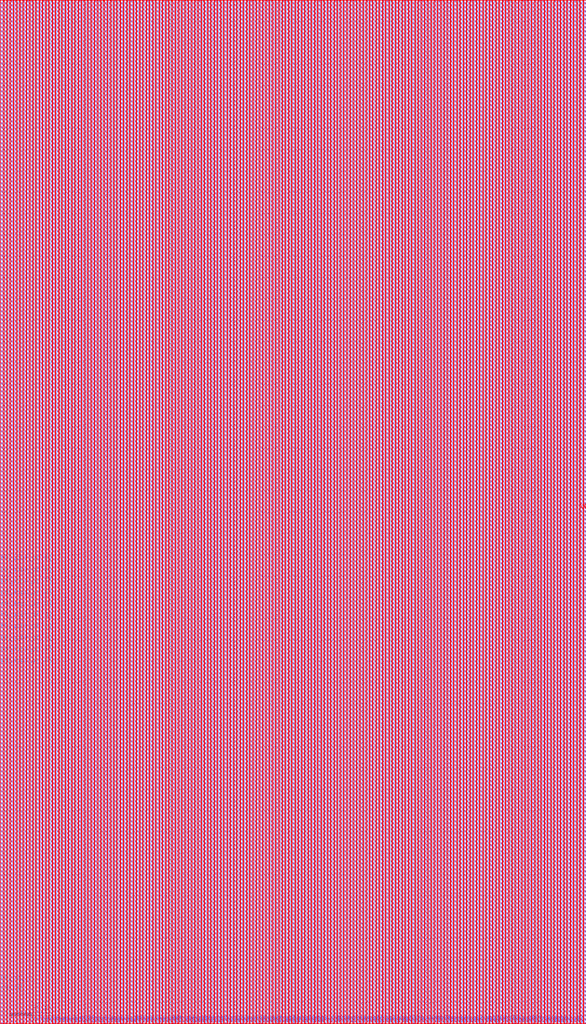
<source format=lef>
# Generated by OpenFakeRAM
VERSION 5.7 ;
BUSBITCHARS "[]" ;
PROPERTYDEFINITIONS
  MACRO width INTEGER ;
  MACRO depth INTEGER ;
  MACRO banks INTEGER ;
END PROPERTYDEFINITIONS
MACRO fakeram_1rw1r_64w1024d_sram
  PROPERTY width 64 ;
  PROPERTY depth 1024 ;
  PROPERTY banks 1 ;
  FOREIGN fakeram_1rw1r_64w1024d_sram 0 0 ;
  SYMMETRY X Y R90 ;
  SIZE 275.120 BY 480.130 ;
  CLASS BLOCK ;
  PIN r0_clk
    DIRECTION INPUT ;
    USE SIGNAL ;
    SHAPE ABUTMENT ;
    PORT
      LAYER metal3 ;
      RECT 0.000 14.525 0.070 14.595 ;
    END
  END r0_clk
  PIN r0_ce_in
    DIRECTION INPUT ;
    USE SIGNAL ;
    SHAPE ABUTMENT ;
    PORT
      LAYER metal3 ;
      RECT 0.000 19.145 0.070 19.215 ;
    END
  END r0_ce_in
  PIN r0_addr_in[0]
    DIRECTION INPUT ;
    USE SIGNAL ;
    SHAPE ABUTMENT ;
    PORT
      LAYER metal3 ;
      RECT 0.000 168.105 0.070 168.175 ;
    END
  END r0_addr_in[0]
  PIN r0_addr_in[1]
    DIRECTION INPUT ;
    USE SIGNAL ;
    SHAPE ABUTMENT ;
    PORT
      LAYER metal3 ;
      RECT 0.000 173.425 0.070 173.495 ;
    END
  END r0_addr_in[1]
  PIN r0_addr_in[2]
    DIRECTION INPUT ;
    USE SIGNAL ;
    SHAPE ABUTMENT ;
    PORT
      LAYER metal3 ;
      RECT 0.000 178.745 0.070 178.815 ;
    END
  END r0_addr_in[2]
  PIN r0_addr_in[3]
    DIRECTION INPUT ;
    USE SIGNAL ;
    SHAPE ABUTMENT ;
    PORT
      LAYER metal3 ;
      RECT 0.000 184.065 0.070 184.135 ;
    END
  END r0_addr_in[3]
  PIN r0_addr_in[4]
    DIRECTION INPUT ;
    USE SIGNAL ;
    SHAPE ABUTMENT ;
    PORT
      LAYER metal3 ;
      RECT 0.000 189.385 0.070 189.455 ;
    END
  END r0_addr_in[4]
  PIN r0_addr_in[5]
    DIRECTION INPUT ;
    USE SIGNAL ;
    SHAPE ABUTMENT ;
    PORT
      LAYER metal3 ;
      RECT 0.000 194.705 0.070 194.775 ;
    END
  END r0_addr_in[5]
  PIN r0_addr_in[6]
    DIRECTION INPUT ;
    USE SIGNAL ;
    SHAPE ABUTMENT ;
    PORT
      LAYER metal3 ;
      RECT 0.000 200.025 0.070 200.095 ;
    END
  END r0_addr_in[6]
  PIN r0_addr_in[7]
    DIRECTION INPUT ;
    USE SIGNAL ;
    SHAPE ABUTMENT ;
    PORT
      LAYER metal3 ;
      RECT 0.000 205.345 0.070 205.415 ;
    END
  END r0_addr_in[7]
  PIN r0_addr_in[8]
    DIRECTION INPUT ;
    USE SIGNAL ;
    SHAPE ABUTMENT ;
    PORT
      LAYER metal3 ;
      RECT 0.000 210.665 0.070 210.735 ;
    END
  END r0_addr_in[8]
  PIN r0_addr_in[9]
    DIRECTION INPUT ;
    USE SIGNAL ;
    SHAPE ABUTMENT ;
    PORT
      LAYER metal3 ;
      RECT 0.000 215.985 0.070 216.055 ;
    END
  END r0_addr_in[9]
  PIN rw0_rd_out[0]
    DIRECTION OUTPUT ;
    USE SIGNAL ;
    SHAPE ABUTMENT ;
    PORT
      LAYER metal2 ;
      RECT 13.835 480.060 13.905 480.130 ;
    END
  END rw0_rd_out[0]
  PIN r0_rd_out[0]
    DIRECTION OUTPUT ;
    USE SIGNAL ;
    SHAPE ABUTMENT ;
    PORT
      LAYER metal2 ;
      RECT 15.735 480.060 15.805 480.130 ;
    END
  END r0_rd_out[0]
  PIN rw0_rd_out[1]
    DIRECTION OUTPUT ;
    USE SIGNAL ;
    SHAPE ABUTMENT ;
    PORT
      LAYER metal2 ;
      RECT 17.825 480.060 17.895 480.130 ;
    END
  END rw0_rd_out[1]
  PIN r0_rd_out[1]
    DIRECTION OUTPUT ;
    USE SIGNAL ;
    SHAPE ABUTMENT ;
    PORT
      LAYER metal2 ;
      RECT 19.725 480.060 19.795 480.130 ;
    END
  END r0_rd_out[1]
  PIN rw0_rd_out[2]
    DIRECTION OUTPUT ;
    USE SIGNAL ;
    SHAPE ABUTMENT ;
    PORT
      LAYER metal2 ;
      RECT 21.625 480.060 21.695 480.130 ;
    END
  END rw0_rd_out[2]
  PIN r0_rd_out[2]
    DIRECTION OUTPUT ;
    USE SIGNAL ;
    SHAPE ABUTMENT ;
    PORT
      LAYER metal2 ;
      RECT 23.525 480.060 23.595 480.130 ;
    END
  END r0_rd_out[2]
  PIN rw0_rd_out[3]
    DIRECTION OUTPUT ;
    USE SIGNAL ;
    SHAPE ABUTMENT ;
    PORT
      LAYER metal2 ;
      RECT 25.615 480.060 25.685 480.130 ;
    END
  END rw0_rd_out[3]
  PIN r0_rd_out[3]
    DIRECTION OUTPUT ;
    USE SIGNAL ;
    SHAPE ABUTMENT ;
    PORT
      LAYER metal2 ;
      RECT 27.515 480.060 27.585 480.130 ;
    END
  END r0_rd_out[3]
  PIN rw0_rd_out[4]
    DIRECTION OUTPUT ;
    USE SIGNAL ;
    SHAPE ABUTMENT ;
    PORT
      LAYER metal2 ;
      RECT 29.415 480.060 29.485 480.130 ;
    END
  END rw0_rd_out[4]
  PIN r0_rd_out[4]
    DIRECTION OUTPUT ;
    USE SIGNAL ;
    SHAPE ABUTMENT ;
    PORT
      LAYER metal2 ;
      RECT 31.315 480.060 31.385 480.130 ;
    END
  END r0_rd_out[4]
  PIN rw0_rd_out[5]
    DIRECTION OUTPUT ;
    USE SIGNAL ;
    SHAPE ABUTMENT ;
    PORT
      LAYER metal2 ;
      RECT 33.405 480.060 33.475 480.130 ;
    END
  END rw0_rd_out[5]
  PIN r0_rd_out[5]
    DIRECTION OUTPUT ;
    USE SIGNAL ;
    SHAPE ABUTMENT ;
    PORT
      LAYER metal2 ;
      RECT 35.305 480.060 35.375 480.130 ;
    END
  END r0_rd_out[5]
  PIN rw0_rd_out[6]
    DIRECTION OUTPUT ;
    USE SIGNAL ;
    SHAPE ABUTMENT ;
    PORT
      LAYER metal2 ;
      RECT 37.205 480.060 37.275 480.130 ;
    END
  END rw0_rd_out[6]
  PIN r0_rd_out[6]
    DIRECTION OUTPUT ;
    USE SIGNAL ;
    SHAPE ABUTMENT ;
    PORT
      LAYER metal2 ;
      RECT 39.105 480.060 39.175 480.130 ;
    END
  END r0_rd_out[6]
  PIN rw0_rd_out[7]
    DIRECTION OUTPUT ;
    USE SIGNAL ;
    SHAPE ABUTMENT ;
    PORT
      LAYER metal2 ;
      RECT 41.195 480.060 41.265 480.130 ;
    END
  END rw0_rd_out[7]
  PIN r0_rd_out[7]
    DIRECTION OUTPUT ;
    USE SIGNAL ;
    SHAPE ABUTMENT ;
    PORT
      LAYER metal2 ;
      RECT 43.095 480.060 43.165 480.130 ;
    END
  END r0_rd_out[7]
  PIN rw0_rd_out[8]
    DIRECTION OUTPUT ;
    USE SIGNAL ;
    SHAPE ABUTMENT ;
    PORT
      LAYER metal2 ;
      RECT 44.995 480.060 45.065 480.130 ;
    END
  END rw0_rd_out[8]
  PIN r0_rd_out[8]
    DIRECTION OUTPUT ;
    USE SIGNAL ;
    SHAPE ABUTMENT ;
    PORT
      LAYER metal2 ;
      RECT 46.895 480.060 46.965 480.130 ;
    END
  END r0_rd_out[8]
  PIN rw0_rd_out[9]
    DIRECTION OUTPUT ;
    USE SIGNAL ;
    SHAPE ABUTMENT ;
    PORT
      LAYER metal2 ;
      RECT 48.985 480.060 49.055 480.130 ;
    END
  END rw0_rd_out[9]
  PIN r0_rd_out[9]
    DIRECTION OUTPUT ;
    USE SIGNAL ;
    SHAPE ABUTMENT ;
    PORT
      LAYER metal2 ;
      RECT 50.885 480.060 50.955 480.130 ;
    END
  END r0_rd_out[9]
  PIN rw0_rd_out[10]
    DIRECTION OUTPUT ;
    USE SIGNAL ;
    SHAPE ABUTMENT ;
    PORT
      LAYER metal2 ;
      RECT 52.785 480.060 52.855 480.130 ;
    END
  END rw0_rd_out[10]
  PIN r0_rd_out[10]
    DIRECTION OUTPUT ;
    USE SIGNAL ;
    SHAPE ABUTMENT ;
    PORT
      LAYER metal2 ;
      RECT 54.685 480.060 54.755 480.130 ;
    END
  END r0_rd_out[10]
  PIN rw0_rd_out[11]
    DIRECTION OUTPUT ;
    USE SIGNAL ;
    SHAPE ABUTMENT ;
    PORT
      LAYER metal2 ;
      RECT 56.775 480.060 56.845 480.130 ;
    END
  END rw0_rd_out[11]
  PIN r0_rd_out[11]
    DIRECTION OUTPUT ;
    USE SIGNAL ;
    SHAPE ABUTMENT ;
    PORT
      LAYER metal2 ;
      RECT 58.675 480.060 58.745 480.130 ;
    END
  END r0_rd_out[11]
  PIN rw0_rd_out[12]
    DIRECTION OUTPUT ;
    USE SIGNAL ;
    SHAPE ABUTMENT ;
    PORT
      LAYER metal2 ;
      RECT 60.575 480.060 60.645 480.130 ;
    END
  END rw0_rd_out[12]
  PIN r0_rd_out[12]
    DIRECTION OUTPUT ;
    USE SIGNAL ;
    SHAPE ABUTMENT ;
    PORT
      LAYER metal2 ;
      RECT 62.475 480.060 62.545 480.130 ;
    END
  END r0_rd_out[12]
  PIN rw0_rd_out[13]
    DIRECTION OUTPUT ;
    USE SIGNAL ;
    SHAPE ABUTMENT ;
    PORT
      LAYER metal2 ;
      RECT 64.565 480.060 64.635 480.130 ;
    END
  END rw0_rd_out[13]
  PIN r0_rd_out[13]
    DIRECTION OUTPUT ;
    USE SIGNAL ;
    SHAPE ABUTMENT ;
    PORT
      LAYER metal2 ;
      RECT 66.465 480.060 66.535 480.130 ;
    END
  END r0_rd_out[13]
  PIN rw0_rd_out[14]
    DIRECTION OUTPUT ;
    USE SIGNAL ;
    SHAPE ABUTMENT ;
    PORT
      LAYER metal2 ;
      RECT 68.365 480.060 68.435 480.130 ;
    END
  END rw0_rd_out[14]
  PIN r0_rd_out[14]
    DIRECTION OUTPUT ;
    USE SIGNAL ;
    SHAPE ABUTMENT ;
    PORT
      LAYER metal2 ;
      RECT 70.265 480.060 70.335 480.130 ;
    END
  END r0_rd_out[14]
  PIN rw0_rd_out[15]
    DIRECTION OUTPUT ;
    USE SIGNAL ;
    SHAPE ABUTMENT ;
    PORT
      LAYER metal2 ;
      RECT 72.355 480.060 72.425 480.130 ;
    END
  END rw0_rd_out[15]
  PIN r0_rd_out[15]
    DIRECTION OUTPUT ;
    USE SIGNAL ;
    SHAPE ABUTMENT ;
    PORT
      LAYER metal2 ;
      RECT 74.255 480.060 74.325 480.130 ;
    END
  END r0_rd_out[15]
  PIN rw0_rd_out[16]
    DIRECTION OUTPUT ;
    USE SIGNAL ;
    SHAPE ABUTMENT ;
    PORT
      LAYER metal2 ;
      RECT 76.155 480.060 76.225 480.130 ;
    END
  END rw0_rd_out[16]
  PIN r0_rd_out[16]
    DIRECTION OUTPUT ;
    USE SIGNAL ;
    SHAPE ABUTMENT ;
    PORT
      LAYER metal2 ;
      RECT 78.055 480.060 78.125 480.130 ;
    END
  END r0_rd_out[16]
  PIN rw0_rd_out[17]
    DIRECTION OUTPUT ;
    USE SIGNAL ;
    SHAPE ABUTMENT ;
    PORT
      LAYER metal2 ;
      RECT 80.145 480.060 80.215 480.130 ;
    END
  END rw0_rd_out[17]
  PIN r0_rd_out[17]
    DIRECTION OUTPUT ;
    USE SIGNAL ;
    SHAPE ABUTMENT ;
    PORT
      LAYER metal2 ;
      RECT 82.045 480.060 82.115 480.130 ;
    END
  END r0_rd_out[17]
  PIN rw0_rd_out[18]
    DIRECTION OUTPUT ;
    USE SIGNAL ;
    SHAPE ABUTMENT ;
    PORT
      LAYER metal2 ;
      RECT 83.945 480.060 84.015 480.130 ;
    END
  END rw0_rd_out[18]
  PIN r0_rd_out[18]
    DIRECTION OUTPUT ;
    USE SIGNAL ;
    SHAPE ABUTMENT ;
    PORT
      LAYER metal2 ;
      RECT 85.845 480.060 85.915 480.130 ;
    END
  END r0_rd_out[18]
  PIN rw0_rd_out[19]
    DIRECTION OUTPUT ;
    USE SIGNAL ;
    SHAPE ABUTMENT ;
    PORT
      LAYER metal2 ;
      RECT 87.935 480.060 88.005 480.130 ;
    END
  END rw0_rd_out[19]
  PIN r0_rd_out[19]
    DIRECTION OUTPUT ;
    USE SIGNAL ;
    SHAPE ABUTMENT ;
    PORT
      LAYER metal2 ;
      RECT 89.835 480.060 89.905 480.130 ;
    END
  END r0_rd_out[19]
  PIN rw0_rd_out[20]
    DIRECTION OUTPUT ;
    USE SIGNAL ;
    SHAPE ABUTMENT ;
    PORT
      LAYER metal2 ;
      RECT 91.735 480.060 91.805 480.130 ;
    END
  END rw0_rd_out[20]
  PIN r0_rd_out[20]
    DIRECTION OUTPUT ;
    USE SIGNAL ;
    SHAPE ABUTMENT ;
    PORT
      LAYER metal2 ;
      RECT 93.635 480.060 93.705 480.130 ;
    END
  END r0_rd_out[20]
  PIN rw0_rd_out[21]
    DIRECTION OUTPUT ;
    USE SIGNAL ;
    SHAPE ABUTMENT ;
    PORT
      LAYER metal2 ;
      RECT 95.725 480.060 95.795 480.130 ;
    END
  END rw0_rd_out[21]
  PIN r0_rd_out[21]
    DIRECTION OUTPUT ;
    USE SIGNAL ;
    SHAPE ABUTMENT ;
    PORT
      LAYER metal2 ;
      RECT 97.625 480.060 97.695 480.130 ;
    END
  END r0_rd_out[21]
  PIN rw0_rd_out[22]
    DIRECTION OUTPUT ;
    USE SIGNAL ;
    SHAPE ABUTMENT ;
    PORT
      LAYER metal2 ;
      RECT 99.525 480.060 99.595 480.130 ;
    END
  END rw0_rd_out[22]
  PIN r0_rd_out[22]
    DIRECTION OUTPUT ;
    USE SIGNAL ;
    SHAPE ABUTMENT ;
    PORT
      LAYER metal2 ;
      RECT 101.425 480.060 101.495 480.130 ;
    END
  END r0_rd_out[22]
  PIN rw0_rd_out[23]
    DIRECTION OUTPUT ;
    USE SIGNAL ;
    SHAPE ABUTMENT ;
    PORT
      LAYER metal2 ;
      RECT 103.515 480.060 103.585 480.130 ;
    END
  END rw0_rd_out[23]
  PIN r0_rd_out[23]
    DIRECTION OUTPUT ;
    USE SIGNAL ;
    SHAPE ABUTMENT ;
    PORT
      LAYER metal2 ;
      RECT 105.415 480.060 105.485 480.130 ;
    END
  END r0_rd_out[23]
  PIN rw0_rd_out[24]
    DIRECTION OUTPUT ;
    USE SIGNAL ;
    SHAPE ABUTMENT ;
    PORT
      LAYER metal2 ;
      RECT 107.315 480.060 107.385 480.130 ;
    END
  END rw0_rd_out[24]
  PIN r0_rd_out[24]
    DIRECTION OUTPUT ;
    USE SIGNAL ;
    SHAPE ABUTMENT ;
    PORT
      LAYER metal2 ;
      RECT 109.215 480.060 109.285 480.130 ;
    END
  END r0_rd_out[24]
  PIN rw0_rd_out[25]
    DIRECTION OUTPUT ;
    USE SIGNAL ;
    SHAPE ABUTMENT ;
    PORT
      LAYER metal2 ;
      RECT 111.305 480.060 111.375 480.130 ;
    END
  END rw0_rd_out[25]
  PIN r0_rd_out[25]
    DIRECTION OUTPUT ;
    USE SIGNAL ;
    SHAPE ABUTMENT ;
    PORT
      LAYER metal2 ;
      RECT 113.205 480.060 113.275 480.130 ;
    END
  END r0_rd_out[25]
  PIN rw0_rd_out[26]
    DIRECTION OUTPUT ;
    USE SIGNAL ;
    SHAPE ABUTMENT ;
    PORT
      LAYER metal2 ;
      RECT 115.105 480.060 115.175 480.130 ;
    END
  END rw0_rd_out[26]
  PIN r0_rd_out[26]
    DIRECTION OUTPUT ;
    USE SIGNAL ;
    SHAPE ABUTMENT ;
    PORT
      LAYER metal2 ;
      RECT 117.005 480.060 117.075 480.130 ;
    END
  END r0_rd_out[26]
  PIN rw0_rd_out[27]
    DIRECTION OUTPUT ;
    USE SIGNAL ;
    SHAPE ABUTMENT ;
    PORT
      LAYER metal2 ;
      RECT 119.095 480.060 119.165 480.130 ;
    END
  END rw0_rd_out[27]
  PIN r0_rd_out[27]
    DIRECTION OUTPUT ;
    USE SIGNAL ;
    SHAPE ABUTMENT ;
    PORT
      LAYER metal2 ;
      RECT 120.995 480.060 121.065 480.130 ;
    END
  END r0_rd_out[27]
  PIN rw0_rd_out[28]
    DIRECTION OUTPUT ;
    USE SIGNAL ;
    SHAPE ABUTMENT ;
    PORT
      LAYER metal2 ;
      RECT 122.895 480.060 122.965 480.130 ;
    END
  END rw0_rd_out[28]
  PIN r0_rd_out[28]
    DIRECTION OUTPUT ;
    USE SIGNAL ;
    SHAPE ABUTMENT ;
    PORT
      LAYER metal2 ;
      RECT 124.795 480.060 124.865 480.130 ;
    END
  END r0_rd_out[28]
  PIN rw0_rd_out[29]
    DIRECTION OUTPUT ;
    USE SIGNAL ;
    SHAPE ABUTMENT ;
    PORT
      LAYER metal2 ;
      RECT 126.885 480.060 126.955 480.130 ;
    END
  END rw0_rd_out[29]
  PIN r0_rd_out[29]
    DIRECTION OUTPUT ;
    USE SIGNAL ;
    SHAPE ABUTMENT ;
    PORT
      LAYER metal2 ;
      RECT 128.785 480.060 128.855 480.130 ;
    END
  END r0_rd_out[29]
  PIN rw0_rd_out[30]
    DIRECTION OUTPUT ;
    USE SIGNAL ;
    SHAPE ABUTMENT ;
    PORT
      LAYER metal2 ;
      RECT 130.685 480.060 130.755 480.130 ;
    END
  END rw0_rd_out[30]
  PIN r0_rd_out[30]
    DIRECTION OUTPUT ;
    USE SIGNAL ;
    SHAPE ABUTMENT ;
    PORT
      LAYER metal2 ;
      RECT 132.585 480.060 132.655 480.130 ;
    END
  END r0_rd_out[30]
  PIN rw0_rd_out[31]
    DIRECTION OUTPUT ;
    USE SIGNAL ;
    SHAPE ABUTMENT ;
    PORT
      LAYER metal2 ;
      RECT 134.675 480.060 134.745 480.130 ;
    END
  END rw0_rd_out[31]
  PIN r0_rd_out[31]
    DIRECTION OUTPUT ;
    USE SIGNAL ;
    SHAPE ABUTMENT ;
    PORT
      LAYER metal2 ;
      RECT 136.575 480.060 136.645 480.130 ;
    END
  END r0_rd_out[31]
  PIN rw0_rd_out[32]
    DIRECTION OUTPUT ;
    USE SIGNAL ;
    SHAPE ABUTMENT ;
    PORT
      LAYER metal2 ;
      RECT 138.475 480.060 138.545 480.130 ;
    END
  END rw0_rd_out[32]
  PIN r0_rd_out[32]
    DIRECTION OUTPUT ;
    USE SIGNAL ;
    SHAPE ABUTMENT ;
    PORT
      LAYER metal2 ;
      RECT 140.375 480.060 140.445 480.130 ;
    END
  END r0_rd_out[32]
  PIN rw0_rd_out[33]
    DIRECTION OUTPUT ;
    USE SIGNAL ;
    SHAPE ABUTMENT ;
    PORT
      LAYER metal2 ;
      RECT 142.465 480.060 142.535 480.130 ;
    END
  END rw0_rd_out[33]
  PIN r0_rd_out[33]
    DIRECTION OUTPUT ;
    USE SIGNAL ;
    SHAPE ABUTMENT ;
    PORT
      LAYER metal2 ;
      RECT 144.365 480.060 144.435 480.130 ;
    END
  END r0_rd_out[33]
  PIN rw0_rd_out[34]
    DIRECTION OUTPUT ;
    USE SIGNAL ;
    SHAPE ABUTMENT ;
    PORT
      LAYER metal2 ;
      RECT 146.265 480.060 146.335 480.130 ;
    END
  END rw0_rd_out[34]
  PIN r0_rd_out[34]
    DIRECTION OUTPUT ;
    USE SIGNAL ;
    SHAPE ABUTMENT ;
    PORT
      LAYER metal2 ;
      RECT 148.165 480.060 148.235 480.130 ;
    END
  END r0_rd_out[34]
  PIN rw0_rd_out[35]
    DIRECTION OUTPUT ;
    USE SIGNAL ;
    SHAPE ABUTMENT ;
    PORT
      LAYER metal2 ;
      RECT 150.255 480.060 150.325 480.130 ;
    END
  END rw0_rd_out[35]
  PIN r0_rd_out[35]
    DIRECTION OUTPUT ;
    USE SIGNAL ;
    SHAPE ABUTMENT ;
    PORT
      LAYER metal2 ;
      RECT 152.155 480.060 152.225 480.130 ;
    END
  END r0_rd_out[35]
  PIN rw0_rd_out[36]
    DIRECTION OUTPUT ;
    USE SIGNAL ;
    SHAPE ABUTMENT ;
    PORT
      LAYER metal2 ;
      RECT 154.055 480.060 154.125 480.130 ;
    END
  END rw0_rd_out[36]
  PIN r0_rd_out[36]
    DIRECTION OUTPUT ;
    USE SIGNAL ;
    SHAPE ABUTMENT ;
    PORT
      LAYER metal2 ;
      RECT 155.955 480.060 156.025 480.130 ;
    END
  END r0_rd_out[36]
  PIN rw0_rd_out[37]
    DIRECTION OUTPUT ;
    USE SIGNAL ;
    SHAPE ABUTMENT ;
    PORT
      LAYER metal2 ;
      RECT 158.045 480.060 158.115 480.130 ;
    END
  END rw0_rd_out[37]
  PIN r0_rd_out[37]
    DIRECTION OUTPUT ;
    USE SIGNAL ;
    SHAPE ABUTMENT ;
    PORT
      LAYER metal2 ;
      RECT 159.945 480.060 160.015 480.130 ;
    END
  END r0_rd_out[37]
  PIN rw0_rd_out[38]
    DIRECTION OUTPUT ;
    USE SIGNAL ;
    SHAPE ABUTMENT ;
    PORT
      LAYER metal2 ;
      RECT 161.845 480.060 161.915 480.130 ;
    END
  END rw0_rd_out[38]
  PIN r0_rd_out[38]
    DIRECTION OUTPUT ;
    USE SIGNAL ;
    SHAPE ABUTMENT ;
    PORT
      LAYER metal2 ;
      RECT 163.745 480.060 163.815 480.130 ;
    END
  END r0_rd_out[38]
  PIN rw0_rd_out[39]
    DIRECTION OUTPUT ;
    USE SIGNAL ;
    SHAPE ABUTMENT ;
    PORT
      LAYER metal2 ;
      RECT 165.835 480.060 165.905 480.130 ;
    END
  END rw0_rd_out[39]
  PIN r0_rd_out[39]
    DIRECTION OUTPUT ;
    USE SIGNAL ;
    SHAPE ABUTMENT ;
    PORT
      LAYER metal2 ;
      RECT 167.735 480.060 167.805 480.130 ;
    END
  END r0_rd_out[39]
  PIN rw0_rd_out[40]
    DIRECTION OUTPUT ;
    USE SIGNAL ;
    SHAPE ABUTMENT ;
    PORT
      LAYER metal2 ;
      RECT 169.635 480.060 169.705 480.130 ;
    END
  END rw0_rd_out[40]
  PIN r0_rd_out[40]
    DIRECTION OUTPUT ;
    USE SIGNAL ;
    SHAPE ABUTMENT ;
    PORT
      LAYER metal2 ;
      RECT 171.535 480.060 171.605 480.130 ;
    END
  END r0_rd_out[40]
  PIN rw0_rd_out[41]
    DIRECTION OUTPUT ;
    USE SIGNAL ;
    SHAPE ABUTMENT ;
    PORT
      LAYER metal2 ;
      RECT 173.625 480.060 173.695 480.130 ;
    END
  END rw0_rd_out[41]
  PIN r0_rd_out[41]
    DIRECTION OUTPUT ;
    USE SIGNAL ;
    SHAPE ABUTMENT ;
    PORT
      LAYER metal2 ;
      RECT 175.525 480.060 175.595 480.130 ;
    END
  END r0_rd_out[41]
  PIN rw0_rd_out[42]
    DIRECTION OUTPUT ;
    USE SIGNAL ;
    SHAPE ABUTMENT ;
    PORT
      LAYER metal2 ;
      RECT 177.425 480.060 177.495 480.130 ;
    END
  END rw0_rd_out[42]
  PIN r0_rd_out[42]
    DIRECTION OUTPUT ;
    USE SIGNAL ;
    SHAPE ABUTMENT ;
    PORT
      LAYER metal2 ;
      RECT 179.325 480.060 179.395 480.130 ;
    END
  END r0_rd_out[42]
  PIN rw0_rd_out[43]
    DIRECTION OUTPUT ;
    USE SIGNAL ;
    SHAPE ABUTMENT ;
    PORT
      LAYER metal2 ;
      RECT 181.415 480.060 181.485 480.130 ;
    END
  END rw0_rd_out[43]
  PIN r0_rd_out[43]
    DIRECTION OUTPUT ;
    USE SIGNAL ;
    SHAPE ABUTMENT ;
    PORT
      LAYER metal2 ;
      RECT 183.315 480.060 183.385 480.130 ;
    END
  END r0_rd_out[43]
  PIN rw0_rd_out[44]
    DIRECTION OUTPUT ;
    USE SIGNAL ;
    SHAPE ABUTMENT ;
    PORT
      LAYER metal2 ;
      RECT 185.215 480.060 185.285 480.130 ;
    END
  END rw0_rd_out[44]
  PIN r0_rd_out[44]
    DIRECTION OUTPUT ;
    USE SIGNAL ;
    SHAPE ABUTMENT ;
    PORT
      LAYER metal2 ;
      RECT 187.115 480.060 187.185 480.130 ;
    END
  END r0_rd_out[44]
  PIN rw0_rd_out[45]
    DIRECTION OUTPUT ;
    USE SIGNAL ;
    SHAPE ABUTMENT ;
    PORT
      LAYER metal2 ;
      RECT 189.205 480.060 189.275 480.130 ;
    END
  END rw0_rd_out[45]
  PIN r0_rd_out[45]
    DIRECTION OUTPUT ;
    USE SIGNAL ;
    SHAPE ABUTMENT ;
    PORT
      LAYER metal2 ;
      RECT 191.105 480.060 191.175 480.130 ;
    END
  END r0_rd_out[45]
  PIN rw0_rd_out[46]
    DIRECTION OUTPUT ;
    USE SIGNAL ;
    SHAPE ABUTMENT ;
    PORT
      LAYER metal2 ;
      RECT 193.005 480.060 193.075 480.130 ;
    END
  END rw0_rd_out[46]
  PIN r0_rd_out[46]
    DIRECTION OUTPUT ;
    USE SIGNAL ;
    SHAPE ABUTMENT ;
    PORT
      LAYER metal2 ;
      RECT 194.905 480.060 194.975 480.130 ;
    END
  END r0_rd_out[46]
  PIN rw0_rd_out[47]
    DIRECTION OUTPUT ;
    USE SIGNAL ;
    SHAPE ABUTMENT ;
    PORT
      LAYER metal2 ;
      RECT 196.995 480.060 197.065 480.130 ;
    END
  END rw0_rd_out[47]
  PIN r0_rd_out[47]
    DIRECTION OUTPUT ;
    USE SIGNAL ;
    SHAPE ABUTMENT ;
    PORT
      LAYER metal2 ;
      RECT 198.895 480.060 198.965 480.130 ;
    END
  END r0_rd_out[47]
  PIN rw0_rd_out[48]
    DIRECTION OUTPUT ;
    USE SIGNAL ;
    SHAPE ABUTMENT ;
    PORT
      LAYER metal2 ;
      RECT 200.795 480.060 200.865 480.130 ;
    END
  END rw0_rd_out[48]
  PIN r0_rd_out[48]
    DIRECTION OUTPUT ;
    USE SIGNAL ;
    SHAPE ABUTMENT ;
    PORT
      LAYER metal2 ;
      RECT 202.695 480.060 202.765 480.130 ;
    END
  END r0_rd_out[48]
  PIN rw0_rd_out[49]
    DIRECTION OUTPUT ;
    USE SIGNAL ;
    SHAPE ABUTMENT ;
    PORT
      LAYER metal2 ;
      RECT 204.785 480.060 204.855 480.130 ;
    END
  END rw0_rd_out[49]
  PIN r0_rd_out[49]
    DIRECTION OUTPUT ;
    USE SIGNAL ;
    SHAPE ABUTMENT ;
    PORT
      LAYER metal2 ;
      RECT 206.685 480.060 206.755 480.130 ;
    END
  END r0_rd_out[49]
  PIN rw0_rd_out[50]
    DIRECTION OUTPUT ;
    USE SIGNAL ;
    SHAPE ABUTMENT ;
    PORT
      LAYER metal2 ;
      RECT 208.585 480.060 208.655 480.130 ;
    END
  END rw0_rd_out[50]
  PIN r0_rd_out[50]
    DIRECTION OUTPUT ;
    USE SIGNAL ;
    SHAPE ABUTMENT ;
    PORT
      LAYER metal2 ;
      RECT 210.485 480.060 210.555 480.130 ;
    END
  END r0_rd_out[50]
  PIN rw0_rd_out[51]
    DIRECTION OUTPUT ;
    USE SIGNAL ;
    SHAPE ABUTMENT ;
    PORT
      LAYER metal2 ;
      RECT 212.575 480.060 212.645 480.130 ;
    END
  END rw0_rd_out[51]
  PIN r0_rd_out[51]
    DIRECTION OUTPUT ;
    USE SIGNAL ;
    SHAPE ABUTMENT ;
    PORT
      LAYER metal2 ;
      RECT 214.475 480.060 214.545 480.130 ;
    END
  END r0_rd_out[51]
  PIN rw0_rd_out[52]
    DIRECTION OUTPUT ;
    USE SIGNAL ;
    SHAPE ABUTMENT ;
    PORT
      LAYER metal2 ;
      RECT 216.375 480.060 216.445 480.130 ;
    END
  END rw0_rd_out[52]
  PIN r0_rd_out[52]
    DIRECTION OUTPUT ;
    USE SIGNAL ;
    SHAPE ABUTMENT ;
    PORT
      LAYER metal2 ;
      RECT 218.275 480.060 218.345 480.130 ;
    END
  END r0_rd_out[52]
  PIN rw0_rd_out[53]
    DIRECTION OUTPUT ;
    USE SIGNAL ;
    SHAPE ABUTMENT ;
    PORT
      LAYER metal2 ;
      RECT 220.365 480.060 220.435 480.130 ;
    END
  END rw0_rd_out[53]
  PIN r0_rd_out[53]
    DIRECTION OUTPUT ;
    USE SIGNAL ;
    SHAPE ABUTMENT ;
    PORT
      LAYER metal2 ;
      RECT 222.265 480.060 222.335 480.130 ;
    END
  END r0_rd_out[53]
  PIN rw0_rd_out[54]
    DIRECTION OUTPUT ;
    USE SIGNAL ;
    SHAPE ABUTMENT ;
    PORT
      LAYER metal2 ;
      RECT 224.165 480.060 224.235 480.130 ;
    END
  END rw0_rd_out[54]
  PIN r0_rd_out[54]
    DIRECTION OUTPUT ;
    USE SIGNAL ;
    SHAPE ABUTMENT ;
    PORT
      LAYER metal2 ;
      RECT 226.065 480.060 226.135 480.130 ;
    END
  END r0_rd_out[54]
  PIN rw0_rd_out[55]
    DIRECTION OUTPUT ;
    USE SIGNAL ;
    SHAPE ABUTMENT ;
    PORT
      LAYER metal2 ;
      RECT 228.155 480.060 228.225 480.130 ;
    END
  END rw0_rd_out[55]
  PIN r0_rd_out[55]
    DIRECTION OUTPUT ;
    USE SIGNAL ;
    SHAPE ABUTMENT ;
    PORT
      LAYER metal2 ;
      RECT 230.055 480.060 230.125 480.130 ;
    END
  END r0_rd_out[55]
  PIN rw0_rd_out[56]
    DIRECTION OUTPUT ;
    USE SIGNAL ;
    SHAPE ABUTMENT ;
    PORT
      LAYER metal2 ;
      RECT 231.955 480.060 232.025 480.130 ;
    END
  END rw0_rd_out[56]
  PIN r0_rd_out[56]
    DIRECTION OUTPUT ;
    USE SIGNAL ;
    SHAPE ABUTMENT ;
    PORT
      LAYER metal2 ;
      RECT 233.855 480.060 233.925 480.130 ;
    END
  END r0_rd_out[56]
  PIN rw0_rd_out[57]
    DIRECTION OUTPUT ;
    USE SIGNAL ;
    SHAPE ABUTMENT ;
    PORT
      LAYER metal2 ;
      RECT 235.945 480.060 236.015 480.130 ;
    END
  END rw0_rd_out[57]
  PIN r0_rd_out[57]
    DIRECTION OUTPUT ;
    USE SIGNAL ;
    SHAPE ABUTMENT ;
    PORT
      LAYER metal2 ;
      RECT 237.845 480.060 237.915 480.130 ;
    END
  END r0_rd_out[57]
  PIN rw0_rd_out[58]
    DIRECTION OUTPUT ;
    USE SIGNAL ;
    SHAPE ABUTMENT ;
    PORT
      LAYER metal2 ;
      RECT 239.745 480.060 239.815 480.130 ;
    END
  END rw0_rd_out[58]
  PIN r0_rd_out[58]
    DIRECTION OUTPUT ;
    USE SIGNAL ;
    SHAPE ABUTMENT ;
    PORT
      LAYER metal2 ;
      RECT 241.645 480.060 241.715 480.130 ;
    END
  END r0_rd_out[58]
  PIN rw0_rd_out[59]
    DIRECTION OUTPUT ;
    USE SIGNAL ;
    SHAPE ABUTMENT ;
    PORT
      LAYER metal2 ;
      RECT 243.735 480.060 243.805 480.130 ;
    END
  END rw0_rd_out[59]
  PIN r0_rd_out[59]
    DIRECTION OUTPUT ;
    USE SIGNAL ;
    SHAPE ABUTMENT ;
    PORT
      LAYER metal2 ;
      RECT 245.635 480.060 245.705 480.130 ;
    END
  END r0_rd_out[59]
  PIN rw0_rd_out[60]
    DIRECTION OUTPUT ;
    USE SIGNAL ;
    SHAPE ABUTMENT ;
    PORT
      LAYER metal2 ;
      RECT 247.535 480.060 247.605 480.130 ;
    END
  END rw0_rd_out[60]
  PIN r0_rd_out[60]
    DIRECTION OUTPUT ;
    USE SIGNAL ;
    SHAPE ABUTMENT ;
    PORT
      LAYER metal2 ;
      RECT 249.435 480.060 249.505 480.130 ;
    END
  END r0_rd_out[60]
  PIN rw0_rd_out[61]
    DIRECTION OUTPUT ;
    USE SIGNAL ;
    SHAPE ABUTMENT ;
    PORT
      LAYER metal2 ;
      RECT 251.525 480.060 251.595 480.130 ;
    END
  END rw0_rd_out[61]
  PIN r0_rd_out[61]
    DIRECTION OUTPUT ;
    USE SIGNAL ;
    SHAPE ABUTMENT ;
    PORT
      LAYER metal2 ;
      RECT 253.425 480.060 253.495 480.130 ;
    END
  END r0_rd_out[61]
  PIN rw0_rd_out[62]
    DIRECTION OUTPUT ;
    USE SIGNAL ;
    SHAPE ABUTMENT ;
    PORT
      LAYER metal2 ;
      RECT 255.325 480.060 255.395 480.130 ;
    END
  END rw0_rd_out[62]
  PIN r0_rd_out[62]
    DIRECTION OUTPUT ;
    USE SIGNAL ;
    SHAPE ABUTMENT ;
    PORT
      LAYER metal2 ;
      RECT 257.225 480.060 257.295 480.130 ;
    END
  END r0_rd_out[62]
  PIN rw0_rd_out[63]
    DIRECTION OUTPUT ;
    USE SIGNAL ;
    SHAPE ABUTMENT ;
    PORT
      LAYER metal2 ;
      RECT 259.315 480.060 259.385 480.130 ;
    END
  END rw0_rd_out[63]
  PIN r0_rd_out[63]
    DIRECTION OUTPUT ;
    USE SIGNAL ;
    SHAPE ABUTMENT ;
    PORT
      LAYER metal2 ;
      RECT 261.215 480.060 261.285 480.130 ;
    END
  END r0_rd_out[63]
  PIN rw0_clk
    DIRECTION INPUT ;
    USE SIGNAL ;
    SHAPE ABUTMENT ;
    PORT
      LAYER metal3 ;
      RECT 275.050 432.145 275.120 432.215 ;
    END
  END rw0_clk
  PIN rw0_ce_in
    DIRECTION INPUT ;
    USE SIGNAL ;
    SHAPE ABUTMENT ;
    PORT
      LAYER metal3 ;
      RECT 275.050 436.905 275.120 436.975 ;
    END
  END rw0_ce_in
  PIN rw0_we_in
    DIRECTION INPUT ;
    USE SIGNAL ;
    SHAPE ABUTMENT ;
    PORT
      LAYER metal3 ;
      RECT 275.050 441.665 275.120 441.735 ;
    END
  END rw0_we_in
  PIN rw0_addr_in[0]
    DIRECTION INPUT ;
    USE SIGNAL ;
    SHAPE ABUTMENT ;
    PORT
      LAYER metal3 ;
      RECT 275.050 72.065 275.120 72.135 ;
    END
  END rw0_addr_in[0]
  PIN rw0_addr_in[1]
    DIRECTION INPUT ;
    USE SIGNAL ;
    SHAPE ABUTMENT ;
    PORT
      LAYER metal3 ;
      RECT 275.050 77.385 275.120 77.455 ;
    END
  END rw0_addr_in[1]
  PIN rw0_addr_in[2]
    DIRECTION INPUT ;
    USE SIGNAL ;
    SHAPE ABUTMENT ;
    PORT
      LAYER metal3 ;
      RECT 275.050 82.705 275.120 82.775 ;
    END
  END rw0_addr_in[2]
  PIN rw0_addr_in[3]
    DIRECTION INPUT ;
    USE SIGNAL ;
    SHAPE ABUTMENT ;
    PORT
      LAYER metal3 ;
      RECT 275.050 88.025 275.120 88.095 ;
    END
  END rw0_addr_in[3]
  PIN rw0_addr_in[4]
    DIRECTION INPUT ;
    USE SIGNAL ;
    SHAPE ABUTMENT ;
    PORT
      LAYER metal3 ;
      RECT 275.050 93.345 275.120 93.415 ;
    END
  END rw0_addr_in[4]
  PIN rw0_addr_in[5]
    DIRECTION INPUT ;
    USE SIGNAL ;
    SHAPE ABUTMENT ;
    PORT
      LAYER metal3 ;
      RECT 275.050 98.665 275.120 98.735 ;
    END
  END rw0_addr_in[5]
  PIN rw0_addr_in[6]
    DIRECTION INPUT ;
    USE SIGNAL ;
    SHAPE ABUTMENT ;
    PORT
      LAYER metal3 ;
      RECT 275.050 103.985 275.120 104.055 ;
    END
  END rw0_addr_in[6]
  PIN rw0_addr_in[7]
    DIRECTION INPUT ;
    USE SIGNAL ;
    SHAPE ABUTMENT ;
    PORT
      LAYER metal3 ;
      RECT 275.050 109.305 275.120 109.375 ;
    END
  END rw0_addr_in[7]
  PIN rw0_addr_in[8]
    DIRECTION INPUT ;
    USE SIGNAL ;
    SHAPE ABUTMENT ;
    PORT
      LAYER metal3 ;
      RECT 275.050 114.625 275.120 114.695 ;
    END
  END rw0_addr_in[8]
  PIN rw0_addr_in[9]
    DIRECTION INPUT ;
    USE SIGNAL ;
    SHAPE ABUTMENT ;
    PORT
      LAYER metal3 ;
      RECT 275.050 119.945 275.120 120.015 ;
    END
  END rw0_addr_in[9]
  PIN rw0_wd_in[0]
    DIRECTION INPUT ;
    USE SIGNAL ;
    SHAPE ABUTMENT ;
    PORT
      LAYER metal2 ;
      RECT 13.835 0.000 13.905 0.070 ;
    END
  END rw0_wd_in[0]
  PIN rw0_wd_in[1]
    DIRECTION INPUT ;
    USE SIGNAL ;
    SHAPE ABUTMENT ;
    PORT
      LAYER metal2 ;
      RECT 17.825 0.000 17.895 0.070 ;
    END
  END rw0_wd_in[1]
  PIN rw0_wd_in[2]
    DIRECTION INPUT ;
    USE SIGNAL ;
    SHAPE ABUTMENT ;
    PORT
      LAYER metal2 ;
      RECT 21.625 0.000 21.695 0.070 ;
    END
  END rw0_wd_in[2]
  PIN rw0_wd_in[3]
    DIRECTION INPUT ;
    USE SIGNAL ;
    SHAPE ABUTMENT ;
    PORT
      LAYER metal2 ;
      RECT 25.615 0.000 25.685 0.070 ;
    END
  END rw0_wd_in[3]
  PIN rw0_wd_in[4]
    DIRECTION INPUT ;
    USE SIGNAL ;
    SHAPE ABUTMENT ;
    PORT
      LAYER metal2 ;
      RECT 29.605 0.000 29.675 0.070 ;
    END
  END rw0_wd_in[4]
  PIN rw0_wd_in[5]
    DIRECTION INPUT ;
    USE SIGNAL ;
    SHAPE ABUTMENT ;
    PORT
      LAYER metal2 ;
      RECT 33.405 0.000 33.475 0.070 ;
    END
  END rw0_wd_in[5]
  PIN rw0_wd_in[6]
    DIRECTION INPUT ;
    USE SIGNAL ;
    SHAPE ABUTMENT ;
    PORT
      LAYER metal2 ;
      RECT 37.395 0.000 37.465 0.070 ;
    END
  END rw0_wd_in[6]
  PIN rw0_wd_in[7]
    DIRECTION INPUT ;
    USE SIGNAL ;
    SHAPE ABUTMENT ;
    PORT
      LAYER metal2 ;
      RECT 41.385 0.000 41.455 0.070 ;
    END
  END rw0_wd_in[7]
  PIN rw0_wd_in[8]
    DIRECTION INPUT ;
    USE SIGNAL ;
    SHAPE ABUTMENT ;
    PORT
      LAYER metal2 ;
      RECT 45.185 0.000 45.255 0.070 ;
    END
  END rw0_wd_in[8]
  PIN rw0_wd_in[9]
    DIRECTION INPUT ;
    USE SIGNAL ;
    SHAPE ABUTMENT ;
    PORT
      LAYER metal2 ;
      RECT 49.175 0.000 49.245 0.070 ;
    END
  END rw0_wd_in[9]
  PIN rw0_wd_in[10]
    DIRECTION INPUT ;
    USE SIGNAL ;
    SHAPE ABUTMENT ;
    PORT
      LAYER metal2 ;
      RECT 53.165 0.000 53.235 0.070 ;
    END
  END rw0_wd_in[10]
  PIN rw0_wd_in[11]
    DIRECTION INPUT ;
    USE SIGNAL ;
    SHAPE ABUTMENT ;
    PORT
      LAYER metal2 ;
      RECT 56.965 0.000 57.035 0.070 ;
    END
  END rw0_wd_in[11]
  PIN rw0_wd_in[12]
    DIRECTION INPUT ;
    USE SIGNAL ;
    SHAPE ABUTMENT ;
    PORT
      LAYER metal2 ;
      RECT 60.955 0.000 61.025 0.070 ;
    END
  END rw0_wd_in[12]
  PIN rw0_wd_in[13]
    DIRECTION INPUT ;
    USE SIGNAL ;
    SHAPE ABUTMENT ;
    PORT
      LAYER metal2 ;
      RECT 64.945 0.000 65.015 0.070 ;
    END
  END rw0_wd_in[13]
  PIN rw0_wd_in[14]
    DIRECTION INPUT ;
    USE SIGNAL ;
    SHAPE ABUTMENT ;
    PORT
      LAYER metal2 ;
      RECT 68.745 0.000 68.815 0.070 ;
    END
  END rw0_wd_in[14]
  PIN rw0_wd_in[15]
    DIRECTION INPUT ;
    USE SIGNAL ;
    SHAPE ABUTMENT ;
    PORT
      LAYER metal2 ;
      RECT 72.735 0.000 72.805 0.070 ;
    END
  END rw0_wd_in[15]
  PIN rw0_wd_in[16]
    DIRECTION INPUT ;
    USE SIGNAL ;
    SHAPE ABUTMENT ;
    PORT
      LAYER metal2 ;
      RECT 76.725 0.000 76.795 0.070 ;
    END
  END rw0_wd_in[16]
  PIN rw0_wd_in[17]
    DIRECTION INPUT ;
    USE SIGNAL ;
    SHAPE ABUTMENT ;
    PORT
      LAYER metal2 ;
      RECT 80.525 0.000 80.595 0.070 ;
    END
  END rw0_wd_in[17]
  PIN rw0_wd_in[18]
    DIRECTION INPUT ;
    USE SIGNAL ;
    SHAPE ABUTMENT ;
    PORT
      LAYER metal2 ;
      RECT 84.515 0.000 84.585 0.070 ;
    END
  END rw0_wd_in[18]
  PIN rw0_wd_in[19]
    DIRECTION INPUT ;
    USE SIGNAL ;
    SHAPE ABUTMENT ;
    PORT
      LAYER metal2 ;
      RECT 88.505 0.000 88.575 0.070 ;
    END
  END rw0_wd_in[19]
  PIN rw0_wd_in[20]
    DIRECTION INPUT ;
    USE SIGNAL ;
    SHAPE ABUTMENT ;
    PORT
      LAYER metal2 ;
      RECT 92.305 0.000 92.375 0.070 ;
    END
  END rw0_wd_in[20]
  PIN rw0_wd_in[21]
    DIRECTION INPUT ;
    USE SIGNAL ;
    SHAPE ABUTMENT ;
    PORT
      LAYER metal2 ;
      RECT 96.295 0.000 96.365 0.070 ;
    END
  END rw0_wd_in[21]
  PIN rw0_wd_in[22]
    DIRECTION INPUT ;
    USE SIGNAL ;
    SHAPE ABUTMENT ;
    PORT
      LAYER metal2 ;
      RECT 100.285 0.000 100.355 0.070 ;
    END
  END rw0_wd_in[22]
  PIN rw0_wd_in[23]
    DIRECTION INPUT ;
    USE SIGNAL ;
    SHAPE ABUTMENT ;
    PORT
      LAYER metal2 ;
      RECT 104.085 0.000 104.155 0.070 ;
    END
  END rw0_wd_in[23]
  PIN rw0_wd_in[24]
    DIRECTION INPUT ;
    USE SIGNAL ;
    SHAPE ABUTMENT ;
    PORT
      LAYER metal2 ;
      RECT 108.075 0.000 108.145 0.070 ;
    END
  END rw0_wd_in[24]
  PIN rw0_wd_in[25]
    DIRECTION INPUT ;
    USE SIGNAL ;
    SHAPE ABUTMENT ;
    PORT
      LAYER metal2 ;
      RECT 112.065 0.000 112.135 0.070 ;
    END
  END rw0_wd_in[25]
  PIN rw0_wd_in[26]
    DIRECTION INPUT ;
    USE SIGNAL ;
    SHAPE ABUTMENT ;
    PORT
      LAYER metal2 ;
      RECT 115.865 0.000 115.935 0.070 ;
    END
  END rw0_wd_in[26]
  PIN rw0_wd_in[27]
    DIRECTION INPUT ;
    USE SIGNAL ;
    SHAPE ABUTMENT ;
    PORT
      LAYER metal2 ;
      RECT 119.855 0.000 119.925 0.070 ;
    END
  END rw0_wd_in[27]
  PIN rw0_wd_in[28]
    DIRECTION INPUT ;
    USE SIGNAL ;
    SHAPE ABUTMENT ;
    PORT
      LAYER metal2 ;
      RECT 123.845 0.000 123.915 0.070 ;
    END
  END rw0_wd_in[28]
  PIN rw0_wd_in[29]
    DIRECTION INPUT ;
    USE SIGNAL ;
    SHAPE ABUTMENT ;
    PORT
      LAYER metal2 ;
      RECT 127.645 0.000 127.715 0.070 ;
    END
  END rw0_wd_in[29]
  PIN rw0_wd_in[30]
    DIRECTION INPUT ;
    USE SIGNAL ;
    SHAPE ABUTMENT ;
    PORT
      LAYER metal2 ;
      RECT 131.635 0.000 131.705 0.070 ;
    END
  END rw0_wd_in[30]
  PIN rw0_wd_in[31]
    DIRECTION INPUT ;
    USE SIGNAL ;
    SHAPE ABUTMENT ;
    PORT
      LAYER metal2 ;
      RECT 135.625 0.000 135.695 0.070 ;
    END
  END rw0_wd_in[31]
  PIN rw0_wd_in[32]
    DIRECTION INPUT ;
    USE SIGNAL ;
    SHAPE ABUTMENT ;
    PORT
      LAYER metal2 ;
      RECT 139.425 0.000 139.495 0.070 ;
    END
  END rw0_wd_in[32]
  PIN rw0_wd_in[33]
    DIRECTION INPUT ;
    USE SIGNAL ;
    SHAPE ABUTMENT ;
    PORT
      LAYER metal2 ;
      RECT 143.415 0.000 143.485 0.070 ;
    END
  END rw0_wd_in[33]
  PIN rw0_wd_in[34]
    DIRECTION INPUT ;
    USE SIGNAL ;
    SHAPE ABUTMENT ;
    PORT
      LAYER metal2 ;
      RECT 147.405 0.000 147.475 0.070 ;
    END
  END rw0_wd_in[34]
  PIN rw0_wd_in[35]
    DIRECTION INPUT ;
    USE SIGNAL ;
    SHAPE ABUTMENT ;
    PORT
      LAYER metal2 ;
      RECT 151.205 0.000 151.275 0.070 ;
    END
  END rw0_wd_in[35]
  PIN rw0_wd_in[36]
    DIRECTION INPUT ;
    USE SIGNAL ;
    SHAPE ABUTMENT ;
    PORT
      LAYER metal2 ;
      RECT 155.195 0.000 155.265 0.070 ;
    END
  END rw0_wd_in[36]
  PIN rw0_wd_in[37]
    DIRECTION INPUT ;
    USE SIGNAL ;
    SHAPE ABUTMENT ;
    PORT
      LAYER metal2 ;
      RECT 159.185 0.000 159.255 0.070 ;
    END
  END rw0_wd_in[37]
  PIN rw0_wd_in[38]
    DIRECTION INPUT ;
    USE SIGNAL ;
    SHAPE ABUTMENT ;
    PORT
      LAYER metal2 ;
      RECT 162.985 0.000 163.055 0.070 ;
    END
  END rw0_wd_in[38]
  PIN rw0_wd_in[39]
    DIRECTION INPUT ;
    USE SIGNAL ;
    SHAPE ABUTMENT ;
    PORT
      LAYER metal2 ;
      RECT 166.975 0.000 167.045 0.070 ;
    END
  END rw0_wd_in[39]
  PIN rw0_wd_in[40]
    DIRECTION INPUT ;
    USE SIGNAL ;
    SHAPE ABUTMENT ;
    PORT
      LAYER metal2 ;
      RECT 170.965 0.000 171.035 0.070 ;
    END
  END rw0_wd_in[40]
  PIN rw0_wd_in[41]
    DIRECTION INPUT ;
    USE SIGNAL ;
    SHAPE ABUTMENT ;
    PORT
      LAYER metal2 ;
      RECT 174.765 0.000 174.835 0.070 ;
    END
  END rw0_wd_in[41]
  PIN rw0_wd_in[42]
    DIRECTION INPUT ;
    USE SIGNAL ;
    SHAPE ABUTMENT ;
    PORT
      LAYER metal2 ;
      RECT 178.755 0.000 178.825 0.070 ;
    END
  END rw0_wd_in[42]
  PIN rw0_wd_in[43]
    DIRECTION INPUT ;
    USE SIGNAL ;
    SHAPE ABUTMENT ;
    PORT
      LAYER metal2 ;
      RECT 182.745 0.000 182.815 0.070 ;
    END
  END rw0_wd_in[43]
  PIN rw0_wd_in[44]
    DIRECTION INPUT ;
    USE SIGNAL ;
    SHAPE ABUTMENT ;
    PORT
      LAYER metal2 ;
      RECT 186.545 0.000 186.615 0.070 ;
    END
  END rw0_wd_in[44]
  PIN rw0_wd_in[45]
    DIRECTION INPUT ;
    USE SIGNAL ;
    SHAPE ABUTMENT ;
    PORT
      LAYER metal2 ;
      RECT 190.535 0.000 190.605 0.070 ;
    END
  END rw0_wd_in[45]
  PIN rw0_wd_in[46]
    DIRECTION INPUT ;
    USE SIGNAL ;
    SHAPE ABUTMENT ;
    PORT
      LAYER metal2 ;
      RECT 194.525 0.000 194.595 0.070 ;
    END
  END rw0_wd_in[46]
  PIN rw0_wd_in[47]
    DIRECTION INPUT ;
    USE SIGNAL ;
    SHAPE ABUTMENT ;
    PORT
      LAYER metal2 ;
      RECT 198.325 0.000 198.395 0.070 ;
    END
  END rw0_wd_in[47]
  PIN rw0_wd_in[48]
    DIRECTION INPUT ;
    USE SIGNAL ;
    SHAPE ABUTMENT ;
    PORT
      LAYER metal2 ;
      RECT 202.315 0.000 202.385 0.070 ;
    END
  END rw0_wd_in[48]
  PIN rw0_wd_in[49]
    DIRECTION INPUT ;
    USE SIGNAL ;
    SHAPE ABUTMENT ;
    PORT
      LAYER metal2 ;
      RECT 206.305 0.000 206.375 0.070 ;
    END
  END rw0_wd_in[49]
  PIN rw0_wd_in[50]
    DIRECTION INPUT ;
    USE SIGNAL ;
    SHAPE ABUTMENT ;
    PORT
      LAYER metal2 ;
      RECT 210.105 0.000 210.175 0.070 ;
    END
  END rw0_wd_in[50]
  PIN rw0_wd_in[51]
    DIRECTION INPUT ;
    USE SIGNAL ;
    SHAPE ABUTMENT ;
    PORT
      LAYER metal2 ;
      RECT 214.095 0.000 214.165 0.070 ;
    END
  END rw0_wd_in[51]
  PIN rw0_wd_in[52]
    DIRECTION INPUT ;
    USE SIGNAL ;
    SHAPE ABUTMENT ;
    PORT
      LAYER metal2 ;
      RECT 218.085 0.000 218.155 0.070 ;
    END
  END rw0_wd_in[52]
  PIN rw0_wd_in[53]
    DIRECTION INPUT ;
    USE SIGNAL ;
    SHAPE ABUTMENT ;
    PORT
      LAYER metal2 ;
      RECT 221.885 0.000 221.955 0.070 ;
    END
  END rw0_wd_in[53]
  PIN rw0_wd_in[54]
    DIRECTION INPUT ;
    USE SIGNAL ;
    SHAPE ABUTMENT ;
    PORT
      LAYER metal2 ;
      RECT 225.875 0.000 225.945 0.070 ;
    END
  END rw0_wd_in[54]
  PIN rw0_wd_in[55]
    DIRECTION INPUT ;
    USE SIGNAL ;
    SHAPE ABUTMENT ;
    PORT
      LAYER metal2 ;
      RECT 229.865 0.000 229.935 0.070 ;
    END
  END rw0_wd_in[55]
  PIN rw0_wd_in[56]
    DIRECTION INPUT ;
    USE SIGNAL ;
    SHAPE ABUTMENT ;
    PORT
      LAYER metal2 ;
      RECT 233.665 0.000 233.735 0.070 ;
    END
  END rw0_wd_in[56]
  PIN rw0_wd_in[57]
    DIRECTION INPUT ;
    USE SIGNAL ;
    SHAPE ABUTMENT ;
    PORT
      LAYER metal2 ;
      RECT 237.655 0.000 237.725 0.070 ;
    END
  END rw0_wd_in[57]
  PIN rw0_wd_in[58]
    DIRECTION INPUT ;
    USE SIGNAL ;
    SHAPE ABUTMENT ;
    PORT
      LAYER metal2 ;
      RECT 241.645 0.000 241.715 0.070 ;
    END
  END rw0_wd_in[58]
  PIN rw0_wd_in[59]
    DIRECTION INPUT ;
    USE SIGNAL ;
    SHAPE ABUTMENT ;
    PORT
      LAYER metal2 ;
      RECT 245.445 0.000 245.515 0.070 ;
    END
  END rw0_wd_in[59]
  PIN rw0_wd_in[60]
    DIRECTION INPUT ;
    USE SIGNAL ;
    SHAPE ABUTMENT ;
    PORT
      LAYER metal2 ;
      RECT 249.435 0.000 249.505 0.070 ;
    END
  END rw0_wd_in[60]
  PIN rw0_wd_in[61]
    DIRECTION INPUT ;
    USE SIGNAL ;
    SHAPE ABUTMENT ;
    PORT
      LAYER metal2 ;
      RECT 253.425 0.000 253.495 0.070 ;
    END
  END rw0_wd_in[61]
  PIN rw0_wd_in[62]
    DIRECTION INPUT ;
    USE SIGNAL ;
    SHAPE ABUTMENT ;
    PORT
      LAYER metal2 ;
      RECT 257.225 0.000 257.295 0.070 ;
    END
  END rw0_wd_in[62]
  PIN rw0_wd_in[63]
    DIRECTION INPUT ;
    USE SIGNAL ;
    SHAPE ABUTMENT ;
    PORT
      LAYER metal2 ;
      RECT 261.215 0.000 261.285 0.070 ;
    END
  END rw0_wd_in[63]
  PIN VSS
    DIRECTION INOUT ;
    USE GROUND ;
    PORT
      LAYER metal4 ;
      RECT 3.040 0.140 3.320 479.990 ;
      RECT 6.080 0.140 6.360 479.990 ;
      RECT 9.120 0.140 9.400 479.990 ;
      RECT 12.160 0.140 12.440 479.990 ;
      RECT 15.200 0.140 15.480 479.990 ;
      RECT 18.240 0.140 18.520 479.990 ;
      RECT 21.280 0.140 21.560 479.990 ;
      RECT 24.320 0.140 24.600 479.990 ;
      RECT 27.360 0.140 27.640 479.990 ;
      RECT 30.400 0.140 30.680 479.990 ;
      RECT 33.440 0.140 33.720 479.990 ;
      RECT 36.480 0.140 36.760 479.990 ;
      RECT 39.520 0.140 39.800 479.990 ;
      RECT 42.560 0.140 42.840 479.990 ;
      RECT 45.600 0.140 45.880 479.990 ;
      RECT 48.640 0.140 48.920 479.990 ;
      RECT 51.680 0.140 51.960 479.990 ;
      RECT 54.720 0.140 55.000 479.990 ;
      RECT 57.760 0.140 58.040 479.990 ;
      RECT 60.800 0.140 61.080 479.990 ;
      RECT 63.840 0.140 64.120 479.990 ;
      RECT 66.880 0.140 67.160 479.990 ;
      RECT 69.920 0.140 70.200 479.990 ;
      RECT 72.960 0.140 73.240 479.990 ;
      RECT 76.000 0.140 76.280 479.990 ;
      RECT 79.040 0.140 79.320 479.990 ;
      RECT 82.080 0.140 82.360 479.990 ;
      RECT 85.120 0.140 85.400 479.990 ;
      RECT 88.160 0.140 88.440 479.990 ;
      RECT 91.200 0.140 91.480 479.990 ;
      RECT 94.240 0.140 94.520 479.990 ;
      RECT 97.280 0.140 97.560 479.990 ;
      RECT 100.320 0.140 100.600 479.990 ;
      RECT 103.360 0.140 103.640 479.990 ;
      RECT 106.400 0.140 106.680 479.990 ;
      RECT 109.440 0.140 109.720 479.990 ;
      RECT 112.480 0.140 112.760 479.990 ;
      RECT 115.520 0.140 115.800 479.990 ;
      RECT 118.560 0.140 118.840 479.990 ;
      RECT 121.600 0.140 121.880 479.990 ;
      RECT 124.640 0.140 124.920 479.990 ;
      RECT 127.680 0.140 127.960 479.990 ;
      RECT 130.720 0.140 131.000 479.990 ;
      RECT 133.760 0.140 134.040 479.990 ;
      RECT 136.800 0.140 137.080 479.990 ;
      RECT 139.840 0.140 140.120 479.990 ;
      RECT 142.880 0.140 143.160 479.990 ;
      RECT 145.920 0.140 146.200 479.990 ;
      RECT 148.960 0.140 149.240 479.990 ;
      RECT 152.000 0.140 152.280 479.990 ;
      RECT 155.040 0.140 155.320 479.990 ;
      RECT 158.080 0.140 158.360 479.990 ;
      RECT 161.120 0.140 161.400 479.990 ;
      RECT 164.160 0.140 164.440 479.990 ;
      RECT 167.200 0.140 167.480 479.990 ;
      RECT 170.240 0.140 170.520 479.990 ;
      RECT 173.280 0.140 173.560 479.990 ;
      RECT 176.320 0.140 176.600 479.990 ;
      RECT 179.360 0.140 179.640 479.990 ;
      RECT 182.400 0.140 182.680 479.990 ;
      RECT 185.440 0.140 185.720 479.990 ;
      RECT 188.480 0.140 188.760 479.990 ;
      RECT 191.520 0.140 191.800 479.990 ;
      RECT 194.560 0.140 194.840 479.990 ;
      RECT 197.600 0.140 197.880 479.990 ;
      RECT 200.640 0.140 200.920 479.990 ;
      RECT 203.680 0.140 203.960 479.990 ;
      RECT 206.720 0.140 207.000 479.990 ;
      RECT 209.760 0.140 210.040 479.990 ;
      RECT 212.800 0.140 213.080 479.990 ;
      RECT 215.840 0.140 216.120 479.990 ;
      RECT 218.880 0.140 219.160 479.990 ;
      RECT 221.920 0.140 222.200 479.990 ;
      RECT 224.960 0.140 225.240 479.990 ;
      RECT 228.000 0.140 228.280 479.990 ;
      RECT 231.040 0.140 231.320 479.990 ;
      RECT 234.080 0.140 234.360 479.990 ;
      RECT 237.120 0.140 237.400 479.990 ;
      RECT 240.160 0.140 240.440 479.990 ;
      RECT 243.200 0.140 243.480 479.990 ;
      RECT 246.240 0.140 246.520 479.990 ;
      RECT 249.280 0.140 249.560 479.990 ;
      RECT 252.320 0.140 252.600 479.990 ;
      RECT 255.360 0.140 255.640 479.990 ;
      RECT 258.400 0.140 258.680 479.990 ;
      RECT 261.440 0.140 261.720 479.990 ;
      RECT 264.480 0.140 264.760 479.990 ;
      RECT 267.520 0.140 267.800 479.990 ;
      RECT 270.560 0.140 270.840 479.990 ;
      RECT 273.600 0.140 273.880 479.990 ;
    END
  END VSS
  PIN VDD
    DIRECTION INOUT ;
    USE POWER ;
    PORT
      LAYER metal4 ;
      RECT 1.520 0.140 1.800 479.990 ;
      RECT 4.560 0.140 4.840 479.990 ;
      RECT 7.600 0.140 7.880 479.990 ;
      RECT 10.640 0.140 10.920 479.990 ;
      RECT 13.680 0.140 13.960 479.990 ;
      RECT 16.720 0.140 17.000 479.990 ;
      RECT 19.760 0.140 20.040 479.990 ;
      RECT 22.800 0.140 23.080 479.990 ;
      RECT 25.840 0.140 26.120 479.990 ;
      RECT 28.880 0.140 29.160 479.990 ;
      RECT 31.920 0.140 32.200 479.990 ;
      RECT 34.960 0.140 35.240 479.990 ;
      RECT 38.000 0.140 38.280 479.990 ;
      RECT 41.040 0.140 41.320 479.990 ;
      RECT 44.080 0.140 44.360 479.990 ;
      RECT 47.120 0.140 47.400 479.990 ;
      RECT 50.160 0.140 50.440 479.990 ;
      RECT 53.200 0.140 53.480 479.990 ;
      RECT 56.240 0.140 56.520 479.990 ;
      RECT 59.280 0.140 59.560 479.990 ;
      RECT 62.320 0.140 62.600 479.990 ;
      RECT 65.360 0.140 65.640 479.990 ;
      RECT 68.400 0.140 68.680 479.990 ;
      RECT 71.440 0.140 71.720 479.990 ;
      RECT 74.480 0.140 74.760 479.990 ;
      RECT 77.520 0.140 77.800 479.990 ;
      RECT 80.560 0.140 80.840 479.990 ;
      RECT 83.600 0.140 83.880 479.990 ;
      RECT 86.640 0.140 86.920 479.990 ;
      RECT 89.680 0.140 89.960 479.990 ;
      RECT 92.720 0.140 93.000 479.990 ;
      RECT 95.760 0.140 96.040 479.990 ;
      RECT 98.800 0.140 99.080 479.990 ;
      RECT 101.840 0.140 102.120 479.990 ;
      RECT 104.880 0.140 105.160 479.990 ;
      RECT 107.920 0.140 108.200 479.990 ;
      RECT 110.960 0.140 111.240 479.990 ;
      RECT 114.000 0.140 114.280 479.990 ;
      RECT 117.040 0.140 117.320 479.990 ;
      RECT 120.080 0.140 120.360 479.990 ;
      RECT 123.120 0.140 123.400 479.990 ;
      RECT 126.160 0.140 126.440 479.990 ;
      RECT 129.200 0.140 129.480 479.990 ;
      RECT 132.240 0.140 132.520 479.990 ;
      RECT 135.280 0.140 135.560 479.990 ;
      RECT 138.320 0.140 138.600 479.990 ;
      RECT 141.360 0.140 141.640 479.990 ;
      RECT 144.400 0.140 144.680 479.990 ;
      RECT 147.440 0.140 147.720 479.990 ;
      RECT 150.480 0.140 150.760 479.990 ;
      RECT 153.520 0.140 153.800 479.990 ;
      RECT 156.560 0.140 156.840 479.990 ;
      RECT 159.600 0.140 159.880 479.990 ;
      RECT 162.640 0.140 162.920 479.990 ;
      RECT 165.680 0.140 165.960 479.990 ;
      RECT 168.720 0.140 169.000 479.990 ;
      RECT 171.760 0.140 172.040 479.990 ;
      RECT 174.800 0.140 175.080 479.990 ;
      RECT 177.840 0.140 178.120 479.990 ;
      RECT 180.880 0.140 181.160 479.990 ;
      RECT 183.920 0.140 184.200 479.990 ;
      RECT 186.960 0.140 187.240 479.990 ;
      RECT 190.000 0.140 190.280 479.990 ;
      RECT 193.040 0.140 193.320 479.990 ;
      RECT 196.080 0.140 196.360 479.990 ;
      RECT 199.120 0.140 199.400 479.990 ;
      RECT 202.160 0.140 202.440 479.990 ;
      RECT 205.200 0.140 205.480 479.990 ;
      RECT 208.240 0.140 208.520 479.990 ;
      RECT 211.280 0.140 211.560 479.990 ;
      RECT 214.320 0.140 214.600 479.990 ;
      RECT 217.360 0.140 217.640 479.990 ;
      RECT 220.400 0.140 220.680 479.990 ;
      RECT 223.440 0.140 223.720 479.990 ;
      RECT 226.480 0.140 226.760 479.990 ;
      RECT 229.520 0.140 229.800 479.990 ;
      RECT 232.560 0.140 232.840 479.990 ;
      RECT 235.600 0.140 235.880 479.990 ;
      RECT 238.640 0.140 238.920 479.990 ;
      RECT 241.680 0.140 241.960 479.990 ;
      RECT 244.720 0.140 245.000 479.990 ;
      RECT 247.760 0.140 248.040 479.990 ;
      RECT 250.800 0.140 251.080 479.990 ;
      RECT 253.840 0.140 254.120 479.990 ;
      RECT 256.880 0.140 257.160 479.990 ;
      RECT 259.920 0.140 260.200 479.990 ;
      RECT 262.960 0.140 263.240 479.990 ;
      RECT 266.000 0.140 266.280 479.990 ;
      RECT 269.040 0.140 269.320 479.990 ;
      RECT 272.080 0.140 272.360 479.990 ;
    END
  END VDD
  OBS
    LAYER metal1 ;
    RECT 0 0 275.120 480.130 ;
    LAYER metal2 ;
    RECT 0 0 275.120 480.130 ;
    LAYER metal3 ;
    RECT 0 0 275.120 480.130 ;
    LAYER metal4 ;
    RECT 0 0 275.120 480.130 ;
    LAYER OVERLAP ;
    RECT 0 0 275.120 480.130 ;
  END
END fakeram_1rw1r_64w1024d_sram

END LIBRARY

</source>
